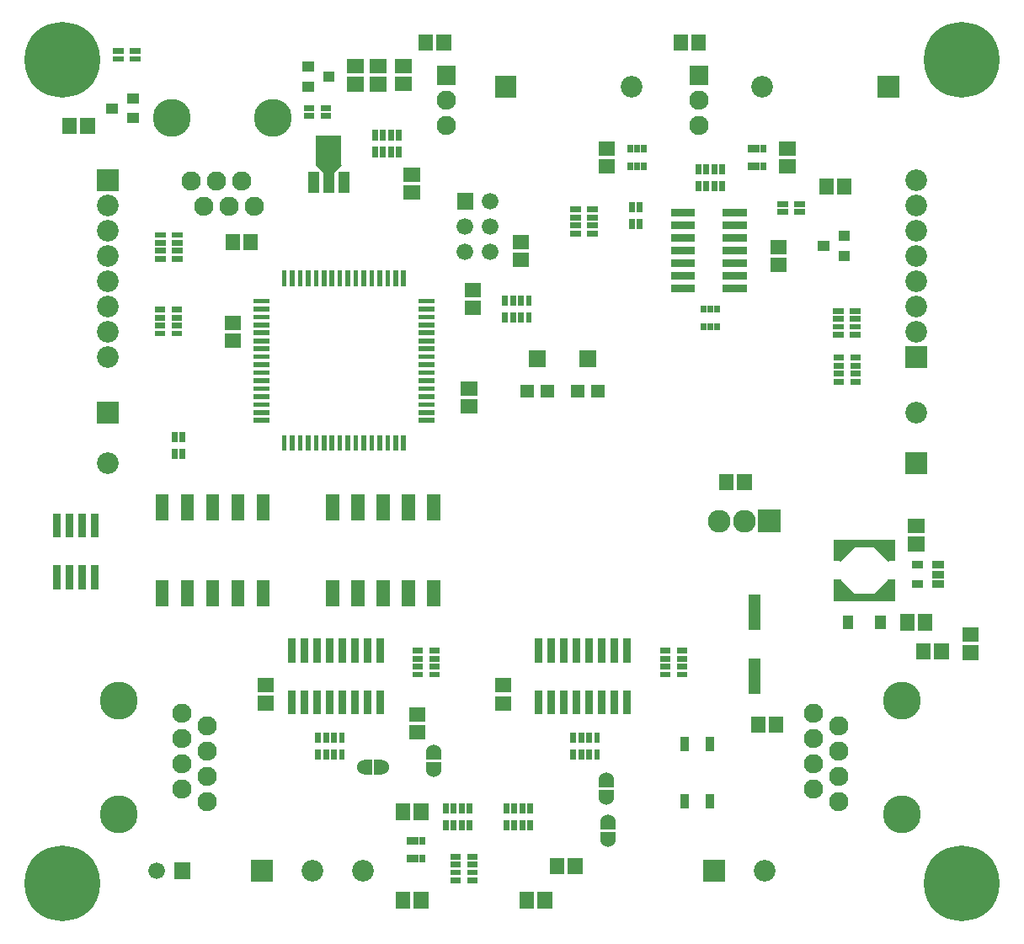
<source format=gbr>
G04 start of page 6 for group -4063 idx -4063 *
G04 Title: (unknown), componentmask *
G04 Creator: pcb 20140316 *
G04 CreationDate: Sat 17 Sep 2016 09:25:40 PM GMT UTC *
G04 For: ndholmes *
G04 Format: Gerber/RS-274X *
G04 PCB-Dimensions (mil): 3900.00 3600.00 *
G04 PCB-Coordinate-Origin: lower left *
%MOIN*%
%FSLAX25Y25*%
%LNTOPMASK*%
%ADD96R,0.0290X0.0290*%
%ADD95R,0.0420X0.0420*%
%ADD94R,0.0330X0.0330*%
%ADD93R,0.0490X0.0490*%
%ADD92R,0.0520X0.0520*%
%ADD91C,0.0600*%
%ADD90R,0.0530X0.0530*%
%ADD89R,0.0187X0.0187*%
%ADD88R,0.0300X0.0300*%
%ADD87R,0.0235X0.0235*%
%ADD86R,0.0690X0.0690*%
%ADD85R,0.0227X0.0227*%
%ADD84R,0.0400X0.0400*%
%ADD83R,0.1005X0.1005*%
%ADD82R,0.0438X0.0438*%
%ADD81R,0.0572X0.0572*%
%ADD80C,0.0900*%
%ADD79C,0.1500*%
%ADD78C,0.2997*%
%ADD77C,0.0860*%
%ADD76C,0.0760*%
%ADD75C,0.0660*%
%ADD74C,0.0001*%
G54D74*G36*
X61200Y25300D02*Y18700D01*
X67800D01*
Y25300D01*
X61200D01*
G37*
G54D75*X54500Y22000D03*
G54D76*X64500Y84500D03*
X74500Y79500D03*
X64500Y74500D03*
X74500Y69500D03*
X64500Y64500D03*
X74500Y59500D03*
X64500Y54500D03*
X74500Y49500D03*
G54D74*G36*
X91700Y26300D02*Y17700D01*
X100300D01*
Y26300D01*
X91700D01*
G37*
G54D77*X116000Y22000D03*
X136000D03*
G54D78*X373000Y17000D03*
G54D74*G36*
X173200Y290300D02*Y283700D01*
X179800D01*
Y290300D01*
X173200D01*
G37*
G54D75*X176500Y277000D03*
Y267000D03*
X186500Y287000D03*
Y277000D03*
Y267000D03*
G54D76*X93000Y285000D03*
X83000D03*
X73000D03*
X88000Y295000D03*
X78000D03*
X68000D03*
G54D79*X100500Y320000D03*
X60500D03*
G54D74*G36*
X30700Y299800D02*Y291200D01*
X39300D01*
Y299800D01*
X30700D01*
G37*
G54D77*X35000Y285500D03*
Y275500D03*
Y265500D03*
Y255500D03*
X294000Y332500D03*
X242500D03*
G54D74*G36*
X265200Y340800D02*Y333200D01*
X272800D01*
Y340800D01*
X265200D01*
G37*
G54D76*X269000Y327000D03*
Y317000D03*
G54D74*G36*
X165200Y340800D02*Y333200D01*
X172800D01*
Y340800D01*
X165200D01*
G37*
G54D76*X169000Y327000D03*
Y317000D03*
G54D74*G36*
X188200Y336800D02*Y328200D01*
X196800D01*
Y336800D01*
X188200D01*
G37*
G54D76*X324500Y49500D03*
G54D79*X349500Y44500D03*
G54D76*X314500Y54500D03*
X324500Y59500D03*
Y69500D03*
Y79500D03*
G54D79*X349500Y89500D03*
G54D76*X314500Y64500D03*
Y74500D03*
Y84500D03*
G54D74*G36*
X270700Y26300D02*Y17700D01*
X279300D01*
Y26300D01*
X270700D01*
G37*
G54D80*X277000Y160500D03*
X287000D03*
G54D74*G36*
X292500Y165000D02*Y156000D01*
X301500D01*
Y165000D01*
X292500D01*
G37*
G54D77*X295000Y22000D03*
G54D78*X17000Y17000D03*
Y343000D03*
G54D77*X35000Y245500D03*
Y235500D03*
Y225500D03*
G54D74*G36*
X30700Y207800D02*Y199200D01*
X39300D01*
Y207800D01*
X30700D01*
G37*
G54D77*X35000Y183500D03*
G54D79*X39500Y89500D03*
Y44500D03*
G54D78*X373000Y343000D03*
G54D74*G36*
X339700Y336800D02*Y328200D01*
X348300D01*
Y336800D01*
X339700D01*
G37*
G36*
X350700Y187800D02*Y179200D01*
X359300D01*
Y187800D01*
X350700D01*
G37*
G54D77*X355000Y203500D03*
G54D74*G36*
X350700Y229800D02*Y221200D01*
X359300D01*
Y229800D01*
X350700D01*
G37*
G54D77*X355000Y235500D03*
Y245500D03*
Y255500D03*
Y265500D03*
Y275500D03*
Y285500D03*
Y295500D03*
G54D81*X155021Y297586D02*X155807D01*
X155021Y290500D02*X155807D01*
G54D82*X116594Y296689D02*Y292595D01*
X122500Y304405D02*Y292595D01*
G54D83*Y308029D02*Y306139D01*
G54D74*G36*
X119195Y303258D02*X122459Y299994D01*
X120615Y298150D01*
X117351Y301414D01*
X119195Y303258D01*
G37*
G36*
X122541Y299994D02*X125805Y303258D01*
X127649Y301414D01*
X124385Y298150D01*
X122541Y299994D01*
G37*
G54D82*X128406Y296689D02*Y292595D01*
G54D81*X132650Y340543D02*X133436D01*
X132650Y333457D02*X133436D01*
G54D84*X114000Y340400D02*X114600D01*
X122200Y336500D02*X122800D01*
X114000Y332600D02*X114600D01*
G54D85*X113717Y324075D02*X115587D01*
X113717Y320925D02*X115587D01*
X120413D02*X122283D01*
X120413Y324075D02*X122283D01*
G54D84*X44700Y320000D02*X45300D01*
X36500Y323900D02*X37100D01*
G54D81*X19957Y317393D02*Y316607D01*
X27043Y317393D02*Y316607D01*
G54D84*X44700Y327800D02*X45300D01*
G54D85*X38217Y346575D02*X40087D01*
X38217Y343425D02*X40087D01*
X44913D02*X46783D01*
X44913Y346575D02*X46783D01*
G54D81*X261914Y350393D02*Y349607D01*
X269000Y350393D02*Y349607D01*
G54D85*X150224Y314283D02*Y312413D01*
X147075Y314283D02*Y312413D01*
X143925Y314283D02*Y312413D01*
X140776Y314283D02*Y312413D01*
Y307587D02*Y305717D01*
X143925Y307587D02*Y305717D01*
X147075Y307587D02*Y305717D01*
X150224Y307587D02*Y305717D01*
G54D81*X151607Y340586D02*X152393D01*
X151607Y333500D02*X152393D01*
X141607Y340543D02*X142393D01*
X160957Y350350D02*Y349564D01*
X168043Y350350D02*Y349564D01*
X141607Y333457D02*X142393D01*
G54D85*X61565Y264351D02*X63435D01*
X61565Y267500D02*X63435D01*
X61565Y270650D02*X63435D01*
X61565Y273799D02*X63435D01*
X54869D02*X56739D01*
X54869Y270650D02*X56739D01*
X54869Y267500D02*X56739D01*
X54869Y264351D02*X56739D01*
G54D81*X84457Y271393D02*Y270607D01*
X91543Y271393D02*Y270607D01*
G54D85*X242425Y279087D02*Y277217D01*
Y285783D02*Y283913D01*
X245575Y279087D02*Y277217D01*
Y285783D02*Y283913D01*
G54D81*X198107Y271000D02*X198893D01*
G54D85*X225985Y274400D02*X227855D01*
X225985Y277549D02*X227855D01*
X225985Y280699D02*X227855D01*
X225985Y283848D02*X227855D01*
G54D81*X198107Y263914D02*X198893D01*
G54D85*X201724Y248783D02*Y246913D01*
Y242087D02*Y240217D01*
X198575Y248783D02*Y246913D01*
Y242087D02*Y240217D01*
X195425Y248783D02*Y246913D01*
X192276Y248783D02*Y246913D01*
Y242087D02*Y240217D01*
X195425Y242087D02*Y240217D01*
G54D86*X205000Y224750D02*X205001D01*
X225000D02*X225001D01*
G54D87*X241940Y301213D02*Y300760D01*
X244500Y301213D02*Y300760D01*
X247060Y301213D02*Y300760D01*
Y308240D02*Y307787D01*
X244500Y308240D02*Y307787D01*
X241940Y308240D02*Y307787D01*
G54D81*X300107Y269000D02*X300893D01*
X300107Y261914D02*X300893D01*
X319414Y293393D02*Y292607D01*
X326500Y293393D02*Y292607D01*
X303607Y308043D02*X304393D01*
X303607Y300957D02*X304393D01*
G54D85*X307913Y282925D02*X309783D01*
X307913Y286075D02*X309783D01*
X301217D02*X303087D01*
X301217Y282925D02*X303087D01*
G54D84*X326200Y265500D02*X326800D01*
X326200Y273300D02*X326800D01*
X318000Y269400D02*X318600D01*
G54D87*X270940Y237713D02*Y237260D01*
X273500Y237713D02*Y237260D01*
X276060Y237713D02*Y237260D01*
X273500Y244740D02*Y244287D01*
X270940Y244740D02*Y244287D01*
X276060Y244740D02*Y244287D01*
G54D88*X280000Y252500D02*X286500D01*
X280000Y257500D02*X286500D01*
X280000Y262500D02*X286500D01*
X280000Y267500D02*X286500D01*
X280000Y272500D02*X286500D01*
X280000Y277500D02*X286500D01*
X280000Y282500D02*X286500D01*
G54D85*X278224Y300783D02*Y298913D01*
X275075Y300783D02*Y298913D01*
X271925Y300783D02*Y298913D01*
Y294087D02*Y292217D01*
X275075Y294087D02*Y292217D01*
X278224Y294087D02*Y292217D01*
G54D87*X289440Y301213D02*Y300760D01*
Y308240D02*Y307787D01*
X292000Y301213D02*Y300760D01*
Y308240D02*Y307787D01*
X294560Y301213D02*Y300760D01*
Y308240D02*Y307787D01*
G54D85*X323369Y225149D02*X325239D01*
X330065D02*X331935D01*
X323369Y222000D02*X325239D01*
X330065D02*X331935D01*
X323369Y218850D02*X325239D01*
X323369Y215701D02*X325239D01*
X330065D02*X331935D01*
X330065Y218850D02*X331935D01*
X323217Y243724D02*X325087D01*
X323217Y240575D02*X325087D01*
X323217Y237425D02*X325087D01*
X323217Y234276D02*X325087D01*
X329913D02*X331783D01*
X329913Y237425D02*X331783D01*
X329913Y240575D02*X331783D01*
X329913Y243724D02*X331783D01*
X61413Y234776D02*X63283D01*
X61413Y237925D02*X63283D01*
X61413Y241075D02*X63283D01*
X61413Y244224D02*X63283D01*
X54717D02*X56587D01*
X54717Y241075D02*X56587D01*
X54717Y237925D02*X56587D01*
X54717Y234776D02*X56587D01*
X61425Y188087D02*Y186217D01*
X64575Y188087D02*Y186217D01*
Y194783D02*Y192913D01*
X61425Y194783D02*Y192913D01*
G54D81*X84107Y239043D02*X84893D01*
X84107Y231957D02*X84893D01*
G54D89*X93728Y247622D02*X98154D01*
X93728Y244473D02*X98154D01*
X93728Y241323D02*X98154D01*
X93728Y238174D02*X98154D01*
X93728Y235024D02*X98154D01*
X93728Y231874D02*X98154D01*
X93728Y228725D02*X98154D01*
X93728Y225575D02*X98154D01*
X93728Y222426D02*X98154D01*
X93728Y219276D02*X98154D01*
X93728Y216126D02*X98154D01*
X93728Y212977D02*X98154D01*
X93728Y209827D02*X98154D01*
X93728Y206678D02*X98154D01*
X93728Y203528D02*X98154D01*
X93728Y200378D02*X98154D01*
G54D85*X219289Y283848D02*X221159D01*
G54D81*X232107Y308000D02*X232893D01*
X232107Y300914D02*X232893D01*
G54D85*X219289Y280699D02*X221159D01*
X219289Y277549D02*X221159D01*
X219289Y274400D02*X221159D01*
G54D88*X259500Y282500D02*X266000D01*
X259500Y277500D02*X266000D01*
X259500Y272500D02*X266000D01*
G54D85*X268776Y300783D02*Y298913D01*
Y294087D02*Y292217D01*
G54D88*X259500Y267500D02*X266000D01*
X259500Y262500D02*X266000D01*
X259500Y257500D02*X266000D01*
X259500Y252500D02*X266000D01*
G54D81*X177607Y205914D02*X178393D01*
X177607Y213000D02*X178393D01*
X179107Y244957D02*X179893D01*
X179107Y252043D02*X179893D01*
G54D90*X201099Y211950D02*X201100D01*
X208900D02*X208901D01*
X221099D02*X221100D01*
X228900D02*X228901D01*
G54D89*X152122Y258772D02*Y254346D01*
X148973Y258772D02*Y254346D01*
X145823Y258772D02*Y254346D01*
X142674Y258772D02*Y254346D01*
X139524Y258772D02*Y254346D01*
X136374Y258772D02*Y254346D01*
X133225Y258772D02*Y254346D01*
X130075Y258772D02*Y254346D01*
X126926Y258772D02*Y254346D01*
X123776Y258772D02*Y254346D01*
X120626Y258772D02*Y254346D01*
X117477Y258772D02*Y254346D01*
X114327Y258772D02*Y254346D01*
X111178Y258772D02*Y254346D01*
X108028Y258772D02*Y254346D01*
X104878Y258772D02*Y254346D01*
Y193654D02*Y189228D01*
X108027Y193654D02*Y189228D01*
X111177Y193654D02*Y189228D01*
X114326Y193654D02*Y189228D01*
X117476Y193654D02*Y189228D01*
X120626Y193654D02*Y189228D01*
X123775Y193654D02*Y189228D01*
X126925Y193654D02*Y189228D01*
X130074Y193654D02*Y189228D01*
X133224Y193654D02*Y189228D01*
X136374Y193654D02*Y189228D01*
X139523Y193654D02*Y189228D01*
X142673Y193654D02*Y189228D01*
X145822Y193654D02*Y189228D01*
X148972Y193654D02*Y189228D01*
X152122Y193654D02*Y189228D01*
X158846Y200378D02*X163272D01*
X158846Y203527D02*X163272D01*
X158846Y206677D02*X163272D01*
X158846Y209826D02*X163272D01*
X158846Y212976D02*X163272D01*
X158846Y216126D02*X163272D01*
X158846Y219275D02*X163272D01*
X158846Y222425D02*X163272D01*
X158846Y225574D02*X163272D01*
X158846Y228724D02*X163272D01*
X158846Y231874D02*X163272D01*
X158846Y235023D02*X163272D01*
X158846Y238173D02*X163272D01*
X158846Y241322D02*X163272D01*
X158846Y244472D02*X163272D01*
X158846Y247622D02*X163272D01*
G54D85*X127724Y75783D02*Y73913D01*
X124575Y75783D02*Y73913D01*
X121425Y75783D02*Y73913D01*
X118276Y75783D02*Y73913D01*
G54D81*X157107Y84043D02*X157893D01*
X159043Y10893D02*Y10107D01*
X151957Y10893D02*Y10107D01*
X159043Y45893D02*Y45107D01*
X151957Y45893D02*Y45107D01*
G54D87*X154440Y27213D02*Y26760D01*
X157000Y27213D02*Y26760D01*
X159560Y27213D02*Y26760D01*
Y34240D02*Y33787D01*
X157000Y34240D02*Y33787D01*
X154440Y34240D02*Y33787D01*
G54D81*X97107Y88457D02*X97893D01*
X97107Y95543D02*X97893D01*
G54D88*X108000Y92000D02*Y85500D01*
X113000Y92000D02*Y85500D01*
X118000Y92000D02*Y85500D01*
X123000Y92000D02*Y85500D01*
X128000Y92000D02*Y85500D01*
X133000Y92000D02*Y85500D01*
X138000Y92000D02*Y85500D01*
X143000Y92000D02*Y85500D01*
G54D85*X118276Y69087D02*Y67217D01*
X121425Y69087D02*Y67217D01*
X124575Y69087D02*Y67217D01*
X127724Y69087D02*Y67217D01*
G54D91*X136700Y63000D03*
G54D88*X138200Y64500D02*Y61500D01*
G54D91*X143500Y63000D03*
G54D88*X142000Y64500D02*Y61500D01*
X143000Y112500D02*Y106000D01*
X138000Y112500D02*Y106000D01*
X133000Y112500D02*Y106000D01*
X128000Y112500D02*Y106000D01*
G54D92*X124000Y168550D02*Y163350D01*
X134000Y168550D02*Y163350D01*
X144000Y168550D02*Y163350D01*
X154000Y168550D02*Y163350D01*
X164000Y168550D02*Y163350D01*
X134000Y134650D02*Y129450D01*
X144000Y134650D02*Y129450D01*
X154000Y134650D02*Y129450D01*
X164000Y134650D02*Y129450D01*
G54D88*X123000Y112500D02*Y106000D01*
X118000Y112500D02*Y106000D01*
X113000Y112500D02*Y106000D01*
X108000Y112500D02*Y106000D01*
G54D92*X124000Y134650D02*Y129450D01*
X56500Y134650D02*Y129450D01*
X66500Y134650D02*Y129450D01*
X76500Y134650D02*Y129450D01*
X86500Y134650D02*Y129450D01*
X96500Y134650D02*Y129450D01*
X76500Y168550D02*Y163350D01*
X86500Y168550D02*Y163350D01*
X96500Y168550D02*Y163350D01*
X56500Y168550D02*Y163350D01*
X66500Y168550D02*Y163350D01*
G54D88*X30000Y162000D02*Y155500D01*
X25000Y162000D02*Y155500D01*
X20000Y162000D02*Y155500D01*
X15000Y162000D02*Y155500D01*
Y141500D02*Y135000D01*
X20000Y141500D02*Y135000D01*
X25000Y141500D02*Y135000D01*
X30000Y141500D02*Y135000D01*
G54D85*X163413Y99776D02*X165283D01*
X156717D02*X158587D01*
X163413Y102925D02*X165283D01*
X156717D02*X158587D01*
X163413Y106075D02*X165283D01*
X156717D02*X158587D01*
X163413Y109224D02*X165283D01*
X156717D02*X158587D01*
X261413Y99776D02*X263283D01*
X254717D02*X256587D01*
G54D93*X291000Y103500D02*Y94500D01*
G54D85*X261413Y102925D02*X263283D01*
X261413Y106075D02*X263283D01*
X261413Y109224D02*X263283D01*
X254717D02*X256587D01*
X254717Y106075D02*X256587D01*
X254717Y102925D02*X256587D01*
X202224Y47783D02*Y45913D01*
Y41087D02*Y39217D01*
G54D94*X263500Y50950D02*Y48550D01*
X273500Y50950D02*Y48550D01*
G54D91*X233000Y41400D03*
G54D88*X231500Y39900D02*X234500D01*
G54D81*X208043Y10893D02*Y10107D01*
X212957Y24393D02*Y23607D01*
X220043Y24393D02*Y23607D01*
X200957Y10893D02*Y10107D01*
G54D91*X233000Y34600D03*
G54D88*X231500Y36100D02*X234500D01*
G54D91*X232500Y51200D03*
G54D88*X231000Y52700D02*X234000D01*
G54D91*X232500Y58000D03*
G54D88*X231000Y56500D02*X234000D01*
G54D81*X299543Y80393D02*Y79607D01*
X292457Y80393D02*Y79607D01*
X157107Y76957D02*X157893D01*
G54D94*X273500Y73450D02*Y71050D01*
X263500Y73450D02*Y71050D01*
G54D88*X235500Y92000D02*Y85500D01*
X240500Y92000D02*Y85500D01*
G54D85*X228724Y75783D02*Y73913D01*
X225575Y75783D02*Y73913D01*
X222425Y75783D02*Y73913D01*
X219276Y75783D02*Y73913D01*
Y69087D02*Y67217D01*
G54D91*X164000Y69000D03*
G54D88*X162500Y67500D02*X165500D01*
G54D85*X222425Y69087D02*Y67217D01*
X225575Y69087D02*Y67217D01*
X228724Y69087D02*Y67217D01*
X199075Y47783D02*Y45913D01*
X195925Y47783D02*Y45913D01*
X192776Y47783D02*Y45913D01*
Y41087D02*Y39217D01*
X195925Y41087D02*Y39217D01*
X199075Y41087D02*Y39217D01*
X178224Y47783D02*Y45913D01*
Y41087D02*Y39217D01*
X178413Y18276D02*X180283D01*
X178413Y21425D02*X180283D01*
X178413Y24575D02*X180283D01*
X178413Y27724D02*X180283D01*
X175075Y47783D02*Y45913D01*
Y41087D02*Y39217D01*
X171925Y47783D02*Y45913D01*
Y41087D02*Y39217D01*
X171717Y27724D02*X173587D01*
X171717Y24575D02*X173587D01*
X171717Y21425D02*X173587D01*
X171717Y18276D02*X173587D01*
X168776Y47783D02*Y45913D01*
Y41087D02*Y39217D01*
G54D91*X164000Y62200D03*
G54D88*X162500Y63700D02*X165500D01*
G54D81*X191107Y88414D02*X191893D01*
G54D88*X205500Y92000D02*Y85500D01*
G54D81*X191107Y95500D02*X191893D01*
G54D88*X210500Y92000D02*Y85500D01*
X215500Y92000D02*Y85500D01*
X220500Y92000D02*Y85500D01*
X225500Y92000D02*Y85500D01*
X230500Y92000D02*Y85500D01*
G54D81*X351414Y120893D02*Y120107D01*
G54D95*X340900Y121100D02*Y119900D01*
G54D81*X358500Y120893D02*Y120107D01*
X376107Y115543D02*X376893D01*
X376107Y108457D02*X376893D01*
X365043Y109393D02*Y108607D01*
X357957Y109393D02*Y108607D01*
G54D88*X240500Y112500D02*Y106000D01*
X235500Y112500D02*Y106000D01*
X230500Y112500D02*Y106000D01*
X225500Y112500D02*Y106000D01*
X220500Y112500D02*Y106000D01*
X215500Y112500D02*Y106000D01*
X210500Y112500D02*Y106000D01*
X205500Y112500D02*Y106000D01*
G54D93*X291000Y129100D02*Y120000D01*
G54D81*X279957Y176393D02*Y175607D01*
X287043Y176393D02*Y175607D01*
G54D96*X323800Y130300D02*X345200D01*
Y135900D02*Y130300D01*
G54D74*G36*
X338031Y131450D02*X344050Y137469D01*
X346596Y134923D01*
X340577Y128904D01*
X338031Y131450D01*
G37*
G36*
X342250Y133250D02*Y129650D01*
X345850D01*
Y133250D01*
X342250D01*
G37*
G54D96*X323800Y151700D02*X345200D01*
X323800D02*Y146100D01*
X345200Y151700D02*Y146100D01*
G54D74*G36*
X323150Y152350D02*Y148750D01*
X326750D01*
Y152350D01*
X323150D01*
G37*
G36*
X342250D02*Y148750D01*
X345850D01*
Y152350D01*
X342250D01*
G37*
G36*
X322404Y147077D02*X328423Y153096D01*
X330969Y150550D01*
X324950Y144531D01*
X322404Y147077D01*
G37*
G36*
X340577Y153096D02*X346596Y147077D01*
X344050Y144531D01*
X338031Y150550D01*
X340577Y153096D01*
G37*
G54D81*X354607Y151457D02*X355393D01*
X354607Y158543D02*X355393D01*
G54D95*X328000Y121100D02*Y119900D01*
G54D96*X323800Y135900D02*Y130300D01*
G54D74*G36*
X324950Y137469D02*X330969Y131450D01*
X328423Y128904D01*
X322404Y134923D01*
X324950Y137469D01*
G37*
G36*
X323150Y133250D02*Y129650D01*
X326750D01*
Y133250D01*
X323150D01*
G37*
G54D88*X354700Y143300D02*X356300D01*
X354700Y135500D02*X356300D01*
X362900D02*X364500D01*
X362900Y139400D02*X364500D01*
X362900Y143300D02*X364500D01*
M02*

</source>
